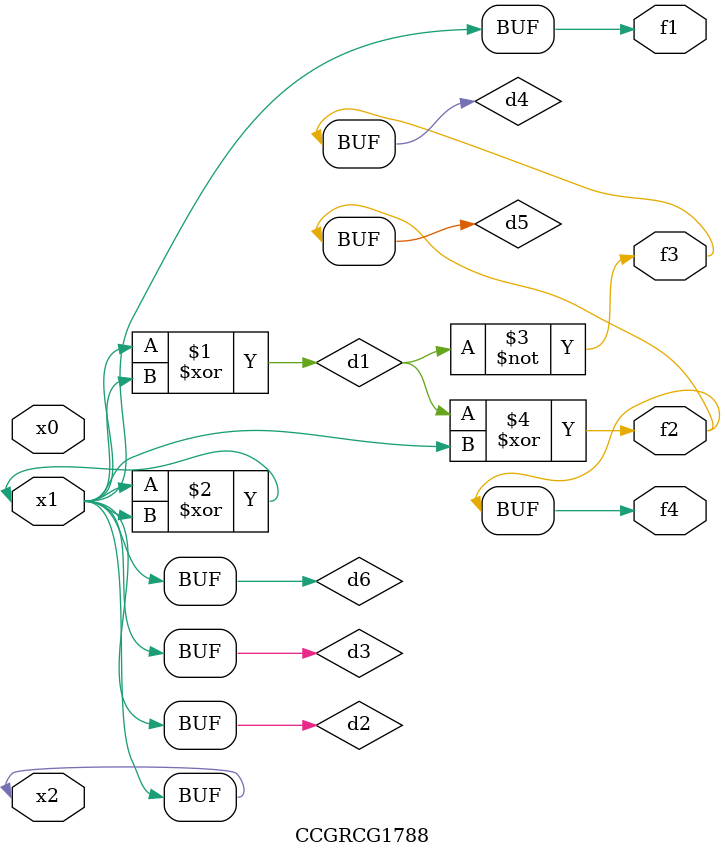
<source format=v>
module CCGRCG1788(
	input x0, x1, x2,
	output f1, f2, f3, f4
);

	wire d1, d2, d3, d4, d5, d6;

	xor (d1, x1, x2);
	buf (d2, x1, x2);
	xor (d3, x1, x2);
	nor (d4, d1);
	xor (d5, d1, d2);
	buf (d6, d2, d3);
	assign f1 = d6;
	assign f2 = d5;
	assign f3 = d4;
	assign f4 = d5;
endmodule

</source>
